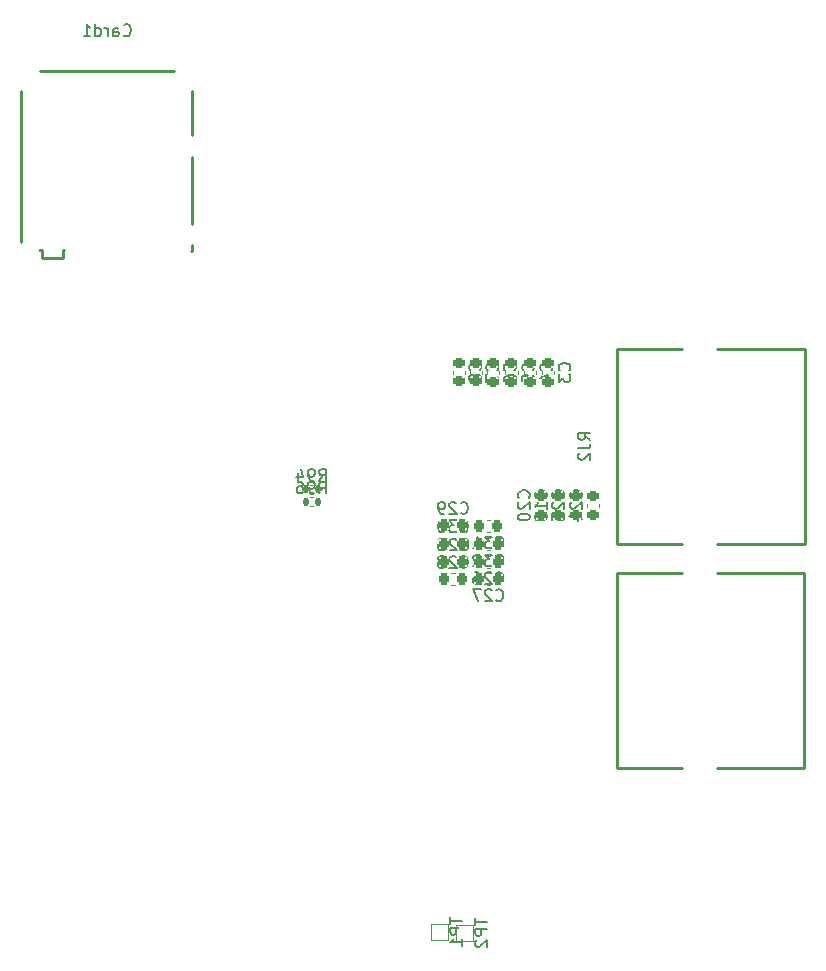
<source format=gbr>
%TF.GenerationSoftware,KiCad,Pcbnew,9.0.3*%
%TF.CreationDate,2025-07-11T15:18:27-07:00*%
%TF.ProjectId,imx8x_carrier_v1,696d7838-785f-4636-9172-726965725f76,A*%
%TF.SameCoordinates,Original*%
%TF.FileFunction,Legend,Bot*%
%TF.FilePolarity,Positive*%
%FSLAX46Y46*%
G04 Gerber Fmt 4.6, Leading zero omitted, Abs format (unit mm)*
G04 Created by KiCad (PCBNEW 9.0.3) date 2025-07-11 15:18:27*
%MOMM*%
%LPD*%
G01*
G04 APERTURE LIST*
G04 Aperture macros list*
%AMRoundRect*
0 Rectangle with rounded corners*
0 $1 Rounding radius*
0 $2 $3 $4 $5 $6 $7 $8 $9 X,Y pos of 4 corners*
0 Add a 4 corners polygon primitive as box body*
4,1,4,$2,$3,$4,$5,$6,$7,$8,$9,$2,$3,0*
0 Add four circle primitives for the rounded corners*
1,1,$1+$1,$2,$3*
1,1,$1+$1,$4,$5*
1,1,$1+$1,$6,$7*
1,1,$1+$1,$8,$9*
0 Add four rect primitives between the rounded corners*
20,1,$1+$1,$2,$3,$4,$5,0*
20,1,$1+$1,$4,$5,$6,$7,0*
20,1,$1+$1,$6,$7,$8,$9,0*
20,1,$1+$1,$8,$9,$2,$3,0*%
G04 Aperture macros list end*
%ADD10C,0.150000*%
%ADD11C,0.250000*%
%ADD12C,0.120000*%
%ADD13O,1.700000X1.700000*%
%ADD14R,1.700000X1.700000*%
%ADD15C,1.400000*%
%ADD16R,1.400000X1.400000*%
%ADD17C,1.016000*%
%ADD18C,2.500000*%
%ADD19C,1.520000*%
%ADD20C,3.250000*%
%ADD21R,1.000000X1.000000*%
%ADD22C,4.700000*%
%ADD23RoundRect,0.225000X0.250000X-0.225000X0.250000X0.225000X-0.250000X0.225000X-0.250000X-0.225000X0*%
%ADD24RoundRect,0.225000X-0.225000X-0.250000X0.225000X-0.250000X0.225000X0.250000X-0.225000X0.250000X0*%
%ADD25RoundRect,0.135000X0.135000X0.185000X-0.135000X0.185000X-0.135000X-0.185000X0.135000X-0.185000X0*%
%ADD26RoundRect,0.225000X0.225000X0.250000X-0.225000X0.250000X-0.225000X-0.250000X0.225000X-0.250000X0*%
%ADD27RoundRect,0.225000X-0.250000X0.225000X-0.250000X-0.225000X0.250000X-0.225000X0.250000X0.225000X0*%
%ADD28R,0.800000X1.680000*%
%ADD29R,1.290000X1.400000*%
%ADD30R,1.290000X1.300000*%
%ADD31R,1.600000X1.500000*%
%ADD32R,1.700000X1.500000*%
%ADD33R,1.500000X1.700000*%
G04 APERTURE END LIST*
D10*
X139544817Y-69522380D02*
X139068626Y-69189047D01*
X139544817Y-68950952D02*
X138544817Y-68950952D01*
X138544817Y-68950952D02*
X138544817Y-69331904D01*
X138544817Y-69331904D02*
X138592436Y-69427142D01*
X138592436Y-69427142D02*
X138640055Y-69474761D01*
X138640055Y-69474761D02*
X138735293Y-69522380D01*
X138735293Y-69522380D02*
X138878150Y-69522380D01*
X138878150Y-69522380D02*
X138973388Y-69474761D01*
X138973388Y-69474761D02*
X139021007Y-69427142D01*
X139021007Y-69427142D02*
X139068626Y-69331904D01*
X139068626Y-69331904D02*
X139068626Y-68950952D01*
X138544817Y-70236666D02*
X139259102Y-70236666D01*
X139259102Y-70236666D02*
X139401959Y-70189047D01*
X139401959Y-70189047D02*
X139497198Y-70093809D01*
X139497198Y-70093809D02*
X139544817Y-69950952D01*
X139544817Y-69950952D02*
X139544817Y-69855714D01*
X138640055Y-70665238D02*
X138592436Y-70712857D01*
X138592436Y-70712857D02*
X138544817Y-70808095D01*
X138544817Y-70808095D02*
X138544817Y-71046190D01*
X138544817Y-71046190D02*
X138592436Y-71141428D01*
X138592436Y-71141428D02*
X138640055Y-71189047D01*
X138640055Y-71189047D02*
X138735293Y-71236666D01*
X138735293Y-71236666D02*
X138830531Y-71236666D01*
X138830531Y-71236666D02*
X138973388Y-71189047D01*
X138973388Y-71189047D02*
X139544817Y-70617619D01*
X139544817Y-70617619D02*
X139544817Y-71236666D01*
X137769579Y-63653333D02*
X137817199Y-63605714D01*
X137817199Y-63605714D02*
X137864818Y-63462857D01*
X137864818Y-63462857D02*
X137864818Y-63367619D01*
X137864818Y-63367619D02*
X137817199Y-63224762D01*
X137817199Y-63224762D02*
X137721960Y-63129524D01*
X137721960Y-63129524D02*
X137626722Y-63081905D01*
X137626722Y-63081905D02*
X137436246Y-63034286D01*
X137436246Y-63034286D02*
X137293389Y-63034286D01*
X137293389Y-63034286D02*
X137102913Y-63081905D01*
X137102913Y-63081905D02*
X137007675Y-63129524D01*
X137007675Y-63129524D02*
X136912437Y-63224762D01*
X136912437Y-63224762D02*
X136864818Y-63367619D01*
X136864818Y-63367619D02*
X136864818Y-63462857D01*
X136864818Y-63462857D02*
X136912437Y-63605714D01*
X136912437Y-63605714D02*
X136960056Y-63653333D01*
X136864818Y-63986667D02*
X136864818Y-64605714D01*
X136864818Y-64605714D02*
X137245770Y-64272381D01*
X137245770Y-64272381D02*
X137245770Y-64415238D01*
X137245770Y-64415238D02*
X137293389Y-64510476D01*
X137293389Y-64510476D02*
X137341008Y-64558095D01*
X137341008Y-64558095D02*
X137436246Y-64605714D01*
X137436246Y-64605714D02*
X137674341Y-64605714D01*
X137674341Y-64605714D02*
X137769579Y-64558095D01*
X137769579Y-64558095D02*
X137817199Y-64510476D01*
X137817199Y-64510476D02*
X137864818Y-64415238D01*
X137864818Y-64415238D02*
X137864818Y-64129524D01*
X137864818Y-64129524D02*
X137817199Y-64034286D01*
X137817199Y-64034286D02*
X137769579Y-63986667D01*
X129802819Y-110038095D02*
X129802819Y-110609523D01*
X130802819Y-110323809D02*
X129802819Y-110323809D01*
X130802819Y-110942857D02*
X129802819Y-110942857D01*
X129802819Y-110942857D02*
X129802819Y-111323809D01*
X129802819Y-111323809D02*
X129850438Y-111419047D01*
X129850438Y-111419047D02*
X129898057Y-111466666D01*
X129898057Y-111466666D02*
X129993295Y-111514285D01*
X129993295Y-111514285D02*
X130136152Y-111514285D01*
X130136152Y-111514285D02*
X130231390Y-111466666D01*
X130231390Y-111466666D02*
X130279009Y-111419047D01*
X130279009Y-111419047D02*
X130326628Y-111323809D01*
X130326628Y-111323809D02*
X130326628Y-110942857D01*
X129898057Y-111895238D02*
X129850438Y-111942857D01*
X129850438Y-111942857D02*
X129802819Y-112038095D01*
X129802819Y-112038095D02*
X129802819Y-112276190D01*
X129802819Y-112276190D02*
X129850438Y-112371428D01*
X129850438Y-112371428D02*
X129898057Y-112419047D01*
X129898057Y-112419047D02*
X129993295Y-112466666D01*
X129993295Y-112466666D02*
X130088533Y-112466666D01*
X130088533Y-112466666D02*
X130231390Y-112419047D01*
X130231390Y-112419047D02*
X130802819Y-111847619D01*
X130802819Y-111847619D02*
X130802819Y-112466666D01*
X131656378Y-63643334D02*
X131703998Y-63595715D01*
X131703998Y-63595715D02*
X131751617Y-63452858D01*
X131751617Y-63452858D02*
X131751617Y-63357620D01*
X131751617Y-63357620D02*
X131703998Y-63214763D01*
X131703998Y-63214763D02*
X131608759Y-63119525D01*
X131608759Y-63119525D02*
X131513521Y-63071906D01*
X131513521Y-63071906D02*
X131323045Y-63024287D01*
X131323045Y-63024287D02*
X131180188Y-63024287D01*
X131180188Y-63024287D02*
X130989712Y-63071906D01*
X130989712Y-63071906D02*
X130894474Y-63119525D01*
X130894474Y-63119525D02*
X130799236Y-63214763D01*
X130799236Y-63214763D02*
X130751617Y-63357620D01*
X130751617Y-63357620D02*
X130751617Y-63452858D01*
X130751617Y-63452858D02*
X130799236Y-63595715D01*
X130799236Y-63595715D02*
X130846855Y-63643334D01*
X130751617Y-63976668D02*
X130751617Y-64643334D01*
X130751617Y-64643334D02*
X131751617Y-64214763D01*
X131567856Y-83089580D02*
X131615475Y-83137200D01*
X131615475Y-83137200D02*
X131758332Y-83184819D01*
X131758332Y-83184819D02*
X131853570Y-83184819D01*
X131853570Y-83184819D02*
X131996427Y-83137200D01*
X131996427Y-83137200D02*
X132091665Y-83041961D01*
X132091665Y-83041961D02*
X132139284Y-82946723D01*
X132139284Y-82946723D02*
X132186903Y-82756247D01*
X132186903Y-82756247D02*
X132186903Y-82613390D01*
X132186903Y-82613390D02*
X132139284Y-82422914D01*
X132139284Y-82422914D02*
X132091665Y-82327676D01*
X132091665Y-82327676D02*
X131996427Y-82232438D01*
X131996427Y-82232438D02*
X131853570Y-82184819D01*
X131853570Y-82184819D02*
X131758332Y-82184819D01*
X131758332Y-82184819D02*
X131615475Y-82232438D01*
X131615475Y-82232438D02*
X131567856Y-82280057D01*
X131186903Y-82280057D02*
X131139284Y-82232438D01*
X131139284Y-82232438D02*
X131044046Y-82184819D01*
X131044046Y-82184819D02*
X130805951Y-82184819D01*
X130805951Y-82184819D02*
X130710713Y-82232438D01*
X130710713Y-82232438D02*
X130663094Y-82280057D01*
X130663094Y-82280057D02*
X130615475Y-82375295D01*
X130615475Y-82375295D02*
X130615475Y-82470533D01*
X130615475Y-82470533D02*
X130663094Y-82613390D01*
X130663094Y-82613390D02*
X131234522Y-83184819D01*
X131234522Y-83184819D02*
X130615475Y-83184819D01*
X130282141Y-82184819D02*
X129615475Y-82184819D01*
X129615475Y-82184819D02*
X130044046Y-83184819D01*
X116594857Y-73013419D02*
X116928190Y-72537228D01*
X117166285Y-73013419D02*
X117166285Y-72013419D01*
X117166285Y-72013419D02*
X116785333Y-72013419D01*
X116785333Y-72013419D02*
X116690095Y-72061038D01*
X116690095Y-72061038D02*
X116642476Y-72108657D01*
X116642476Y-72108657D02*
X116594857Y-72203895D01*
X116594857Y-72203895D02*
X116594857Y-72346752D01*
X116594857Y-72346752D02*
X116642476Y-72441990D01*
X116642476Y-72441990D02*
X116690095Y-72489609D01*
X116690095Y-72489609D02*
X116785333Y-72537228D01*
X116785333Y-72537228D02*
X117166285Y-72537228D01*
X116118666Y-73013419D02*
X115928190Y-73013419D01*
X115928190Y-73013419D02*
X115832952Y-72965800D01*
X115832952Y-72965800D02*
X115785333Y-72918180D01*
X115785333Y-72918180D02*
X115690095Y-72775323D01*
X115690095Y-72775323D02*
X115642476Y-72584847D01*
X115642476Y-72584847D02*
X115642476Y-72203895D01*
X115642476Y-72203895D02*
X115690095Y-72108657D01*
X115690095Y-72108657D02*
X115737714Y-72061038D01*
X115737714Y-72061038D02*
X115832952Y-72013419D01*
X115832952Y-72013419D02*
X116023428Y-72013419D01*
X116023428Y-72013419D02*
X116118666Y-72061038D01*
X116118666Y-72061038D02*
X116166285Y-72108657D01*
X116166285Y-72108657D02*
X116213904Y-72203895D01*
X116213904Y-72203895D02*
X116213904Y-72441990D01*
X116213904Y-72441990D02*
X116166285Y-72537228D01*
X116166285Y-72537228D02*
X116118666Y-72584847D01*
X116118666Y-72584847D02*
X116023428Y-72632466D01*
X116023428Y-72632466D02*
X115832952Y-72632466D01*
X115832952Y-72632466D02*
X115737714Y-72584847D01*
X115737714Y-72584847D02*
X115690095Y-72537228D01*
X115690095Y-72537228D02*
X115642476Y-72441990D01*
X114785333Y-72346752D02*
X114785333Y-73013419D01*
X115023428Y-71965800D02*
X115261523Y-72680085D01*
X115261523Y-72680085D02*
X114642476Y-72680085D01*
X128562856Y-75709580D02*
X128610475Y-75757200D01*
X128610475Y-75757200D02*
X128753332Y-75804819D01*
X128753332Y-75804819D02*
X128848570Y-75804819D01*
X128848570Y-75804819D02*
X128991427Y-75757200D01*
X128991427Y-75757200D02*
X129086665Y-75661961D01*
X129086665Y-75661961D02*
X129134284Y-75566723D01*
X129134284Y-75566723D02*
X129181903Y-75376247D01*
X129181903Y-75376247D02*
X129181903Y-75233390D01*
X129181903Y-75233390D02*
X129134284Y-75042914D01*
X129134284Y-75042914D02*
X129086665Y-74947676D01*
X129086665Y-74947676D02*
X128991427Y-74852438D01*
X128991427Y-74852438D02*
X128848570Y-74804819D01*
X128848570Y-74804819D02*
X128753332Y-74804819D01*
X128753332Y-74804819D02*
X128610475Y-74852438D01*
X128610475Y-74852438D02*
X128562856Y-74900057D01*
X128181903Y-74900057D02*
X128134284Y-74852438D01*
X128134284Y-74852438D02*
X128039046Y-74804819D01*
X128039046Y-74804819D02*
X127800951Y-74804819D01*
X127800951Y-74804819D02*
X127705713Y-74852438D01*
X127705713Y-74852438D02*
X127658094Y-74900057D01*
X127658094Y-74900057D02*
X127610475Y-74995295D01*
X127610475Y-74995295D02*
X127610475Y-75090533D01*
X127610475Y-75090533D02*
X127658094Y-75233390D01*
X127658094Y-75233390D02*
X128229522Y-75804819D01*
X128229522Y-75804819D02*
X127610475Y-75804819D01*
X127134284Y-75804819D02*
X126943808Y-75804819D01*
X126943808Y-75804819D02*
X126848570Y-75757200D01*
X126848570Y-75757200D02*
X126800951Y-75709580D01*
X126800951Y-75709580D02*
X126705713Y-75566723D01*
X126705713Y-75566723D02*
X126658094Y-75376247D01*
X126658094Y-75376247D02*
X126658094Y-74995295D01*
X126658094Y-74995295D02*
X126705713Y-74900057D01*
X126705713Y-74900057D02*
X126753332Y-74852438D01*
X126753332Y-74852438D02*
X126848570Y-74804819D01*
X126848570Y-74804819D02*
X127039046Y-74804819D01*
X127039046Y-74804819D02*
X127134284Y-74852438D01*
X127134284Y-74852438D02*
X127181903Y-74900057D01*
X127181903Y-74900057D02*
X127229522Y-74995295D01*
X127229522Y-74995295D02*
X127229522Y-75233390D01*
X127229522Y-75233390D02*
X127181903Y-75328628D01*
X127181903Y-75328628D02*
X127134284Y-75376247D01*
X127134284Y-75376247D02*
X127039046Y-75423866D01*
X127039046Y-75423866D02*
X126848570Y-75423866D01*
X126848570Y-75423866D02*
X126753332Y-75376247D01*
X126753332Y-75376247D02*
X126705713Y-75328628D01*
X126705713Y-75328628D02*
X126658094Y-75233390D01*
X133122980Y-63653333D02*
X133170600Y-63605714D01*
X133170600Y-63605714D02*
X133218219Y-63462857D01*
X133218219Y-63462857D02*
X133218219Y-63367619D01*
X133218219Y-63367619D02*
X133170600Y-63224762D01*
X133170600Y-63224762D02*
X133075361Y-63129524D01*
X133075361Y-63129524D02*
X132980123Y-63081905D01*
X132980123Y-63081905D02*
X132789647Y-63034286D01*
X132789647Y-63034286D02*
X132646790Y-63034286D01*
X132646790Y-63034286D02*
X132456314Y-63081905D01*
X132456314Y-63081905D02*
X132361076Y-63129524D01*
X132361076Y-63129524D02*
X132265838Y-63224762D01*
X132265838Y-63224762D02*
X132218219Y-63367619D01*
X132218219Y-63367619D02*
X132218219Y-63462857D01*
X132218219Y-63462857D02*
X132265838Y-63605714D01*
X132265838Y-63605714D02*
X132313457Y-63653333D01*
X132218219Y-64510476D02*
X132218219Y-64320000D01*
X132218219Y-64320000D02*
X132265838Y-64224762D01*
X132265838Y-64224762D02*
X132313457Y-64177143D01*
X132313457Y-64177143D02*
X132456314Y-64081905D01*
X132456314Y-64081905D02*
X132646790Y-64034286D01*
X132646790Y-64034286D02*
X133027742Y-64034286D01*
X133027742Y-64034286D02*
X133122980Y-64081905D01*
X133122980Y-64081905D02*
X133170600Y-64129524D01*
X133170600Y-64129524D02*
X133218219Y-64224762D01*
X133218219Y-64224762D02*
X133218219Y-64415238D01*
X133218219Y-64415238D02*
X133170600Y-64510476D01*
X133170600Y-64510476D02*
X133122980Y-64558095D01*
X133122980Y-64558095D02*
X133027742Y-64605714D01*
X133027742Y-64605714D02*
X132789647Y-64605714D01*
X132789647Y-64605714D02*
X132694409Y-64558095D01*
X132694409Y-64558095D02*
X132646790Y-64510476D01*
X132646790Y-64510476D02*
X132599171Y-64415238D01*
X132599171Y-64415238D02*
X132599171Y-64224762D01*
X132599171Y-64224762D02*
X132646790Y-64129524D01*
X132646790Y-64129524D02*
X132694409Y-64081905D01*
X132694409Y-64081905D02*
X132789647Y-64034286D01*
X136222980Y-63653333D02*
X136270600Y-63605714D01*
X136270600Y-63605714D02*
X136318219Y-63462857D01*
X136318219Y-63462857D02*
X136318219Y-63367619D01*
X136318219Y-63367619D02*
X136270600Y-63224762D01*
X136270600Y-63224762D02*
X136175361Y-63129524D01*
X136175361Y-63129524D02*
X136080123Y-63081905D01*
X136080123Y-63081905D02*
X135889647Y-63034286D01*
X135889647Y-63034286D02*
X135746790Y-63034286D01*
X135746790Y-63034286D02*
X135556314Y-63081905D01*
X135556314Y-63081905D02*
X135461076Y-63129524D01*
X135461076Y-63129524D02*
X135365838Y-63224762D01*
X135365838Y-63224762D02*
X135318219Y-63367619D01*
X135318219Y-63367619D02*
X135318219Y-63462857D01*
X135318219Y-63462857D02*
X135365838Y-63605714D01*
X135365838Y-63605714D02*
X135413457Y-63653333D01*
X135651552Y-64510476D02*
X136318219Y-64510476D01*
X135270600Y-64272381D02*
X135984885Y-64034286D01*
X135984885Y-64034286D02*
X135984885Y-64653333D01*
X128572856Y-80279581D02*
X128620475Y-80327201D01*
X128620475Y-80327201D02*
X128763332Y-80374820D01*
X128763332Y-80374820D02*
X128858570Y-80374820D01*
X128858570Y-80374820D02*
X129001427Y-80327201D01*
X129001427Y-80327201D02*
X129096665Y-80231962D01*
X129096665Y-80231962D02*
X129144284Y-80136724D01*
X129144284Y-80136724D02*
X129191903Y-79946248D01*
X129191903Y-79946248D02*
X129191903Y-79803391D01*
X129191903Y-79803391D02*
X129144284Y-79612915D01*
X129144284Y-79612915D02*
X129096665Y-79517677D01*
X129096665Y-79517677D02*
X129001427Y-79422439D01*
X129001427Y-79422439D02*
X128858570Y-79374820D01*
X128858570Y-79374820D02*
X128763332Y-79374820D01*
X128763332Y-79374820D02*
X128620475Y-79422439D01*
X128620475Y-79422439D02*
X128572856Y-79470058D01*
X128191903Y-79470058D02*
X128144284Y-79422439D01*
X128144284Y-79422439D02*
X128049046Y-79374820D01*
X128049046Y-79374820D02*
X127810951Y-79374820D01*
X127810951Y-79374820D02*
X127715713Y-79422439D01*
X127715713Y-79422439D02*
X127668094Y-79470058D01*
X127668094Y-79470058D02*
X127620475Y-79565296D01*
X127620475Y-79565296D02*
X127620475Y-79660534D01*
X127620475Y-79660534D02*
X127668094Y-79803391D01*
X127668094Y-79803391D02*
X128239522Y-80374820D01*
X128239522Y-80374820D02*
X127620475Y-80374820D01*
X127049046Y-79803391D02*
X127144284Y-79755772D01*
X127144284Y-79755772D02*
X127191903Y-79708153D01*
X127191903Y-79708153D02*
X127239522Y-79612915D01*
X127239522Y-79612915D02*
X127239522Y-79565296D01*
X127239522Y-79565296D02*
X127191903Y-79470058D01*
X127191903Y-79470058D02*
X127144284Y-79422439D01*
X127144284Y-79422439D02*
X127049046Y-79374820D01*
X127049046Y-79374820D02*
X126858570Y-79374820D01*
X126858570Y-79374820D02*
X126763332Y-79422439D01*
X126763332Y-79422439D02*
X126715713Y-79470058D01*
X126715713Y-79470058D02*
X126668094Y-79565296D01*
X126668094Y-79565296D02*
X126668094Y-79612915D01*
X126668094Y-79612915D02*
X126715713Y-79708153D01*
X126715713Y-79708153D02*
X126763332Y-79755772D01*
X126763332Y-79755772D02*
X126858570Y-79803391D01*
X126858570Y-79803391D02*
X127049046Y-79803391D01*
X127049046Y-79803391D02*
X127144284Y-79851010D01*
X127144284Y-79851010D02*
X127191903Y-79898629D01*
X127191903Y-79898629D02*
X127239522Y-79993867D01*
X127239522Y-79993867D02*
X127239522Y-80184343D01*
X127239522Y-80184343D02*
X127191903Y-80279581D01*
X127191903Y-80279581D02*
X127144284Y-80327201D01*
X127144284Y-80327201D02*
X127049046Y-80374820D01*
X127049046Y-80374820D02*
X126858570Y-80374820D01*
X126858570Y-80374820D02*
X126763332Y-80327201D01*
X126763332Y-80327201D02*
X126715713Y-80279581D01*
X126715713Y-80279581D02*
X126668094Y-80184343D01*
X126668094Y-80184343D02*
X126668094Y-79993867D01*
X126668094Y-79993867D02*
X126715713Y-79898629D01*
X126715713Y-79898629D02*
X126763332Y-79851010D01*
X126763332Y-79851010D02*
X126858570Y-79803391D01*
X128582857Y-78789581D02*
X128630476Y-78837201D01*
X128630476Y-78837201D02*
X128773333Y-78884820D01*
X128773333Y-78884820D02*
X128868571Y-78884820D01*
X128868571Y-78884820D02*
X129011428Y-78837201D01*
X129011428Y-78837201D02*
X129106666Y-78741962D01*
X129106666Y-78741962D02*
X129154285Y-78646724D01*
X129154285Y-78646724D02*
X129201904Y-78456248D01*
X129201904Y-78456248D02*
X129201904Y-78313391D01*
X129201904Y-78313391D02*
X129154285Y-78122915D01*
X129154285Y-78122915D02*
X129106666Y-78027677D01*
X129106666Y-78027677D02*
X129011428Y-77932439D01*
X129011428Y-77932439D02*
X128868571Y-77884820D01*
X128868571Y-77884820D02*
X128773333Y-77884820D01*
X128773333Y-77884820D02*
X128630476Y-77932439D01*
X128630476Y-77932439D02*
X128582857Y-77980058D01*
X128201904Y-77980058D02*
X128154285Y-77932439D01*
X128154285Y-77932439D02*
X128059047Y-77884820D01*
X128059047Y-77884820D02*
X127820952Y-77884820D01*
X127820952Y-77884820D02*
X127725714Y-77932439D01*
X127725714Y-77932439D02*
X127678095Y-77980058D01*
X127678095Y-77980058D02*
X127630476Y-78075296D01*
X127630476Y-78075296D02*
X127630476Y-78170534D01*
X127630476Y-78170534D02*
X127678095Y-78313391D01*
X127678095Y-78313391D02*
X128249523Y-78884820D01*
X128249523Y-78884820D02*
X127630476Y-78884820D01*
X126725714Y-77884820D02*
X127201904Y-77884820D01*
X127201904Y-77884820D02*
X127249523Y-78361010D01*
X127249523Y-78361010D02*
X127201904Y-78313391D01*
X127201904Y-78313391D02*
X127106666Y-78265772D01*
X127106666Y-78265772D02*
X126868571Y-78265772D01*
X126868571Y-78265772D02*
X126773333Y-78313391D01*
X126773333Y-78313391D02*
X126725714Y-78361010D01*
X126725714Y-78361010D02*
X126678095Y-78456248D01*
X126678095Y-78456248D02*
X126678095Y-78694343D01*
X126678095Y-78694343D02*
X126725714Y-78789581D01*
X126725714Y-78789581D02*
X126773333Y-78837201D01*
X126773333Y-78837201D02*
X126868571Y-78884820D01*
X126868571Y-78884820D02*
X127106666Y-78884820D01*
X127106666Y-78884820D02*
X127201904Y-78837201D01*
X127201904Y-78837201D02*
X127249523Y-78789581D01*
X138729579Y-74432142D02*
X138777199Y-74384523D01*
X138777199Y-74384523D02*
X138824818Y-74241666D01*
X138824818Y-74241666D02*
X138824818Y-74146428D01*
X138824818Y-74146428D02*
X138777199Y-74003571D01*
X138777199Y-74003571D02*
X138681960Y-73908333D01*
X138681960Y-73908333D02*
X138586722Y-73860714D01*
X138586722Y-73860714D02*
X138396246Y-73813095D01*
X138396246Y-73813095D02*
X138253389Y-73813095D01*
X138253389Y-73813095D02*
X138062913Y-73860714D01*
X138062913Y-73860714D02*
X137967675Y-73908333D01*
X137967675Y-73908333D02*
X137872437Y-74003571D01*
X137872437Y-74003571D02*
X137824818Y-74146428D01*
X137824818Y-74146428D02*
X137824818Y-74241666D01*
X137824818Y-74241666D02*
X137872437Y-74384523D01*
X137872437Y-74384523D02*
X137920056Y-74432142D01*
X137920056Y-74813095D02*
X137872437Y-74860714D01*
X137872437Y-74860714D02*
X137824818Y-74955952D01*
X137824818Y-74955952D02*
X137824818Y-75194047D01*
X137824818Y-75194047D02*
X137872437Y-75289285D01*
X137872437Y-75289285D02*
X137920056Y-75336904D01*
X137920056Y-75336904D02*
X138015294Y-75384523D01*
X138015294Y-75384523D02*
X138110532Y-75384523D01*
X138110532Y-75384523D02*
X138253389Y-75336904D01*
X138253389Y-75336904D02*
X138824818Y-74765476D01*
X138824818Y-74765476D02*
X138824818Y-75384523D01*
X138158151Y-76241666D02*
X138824818Y-76241666D01*
X137777199Y-76003571D02*
X138491484Y-75765476D01*
X138491484Y-75765476D02*
X138491484Y-76384523D01*
X134319579Y-74432142D02*
X134367199Y-74384523D01*
X134367199Y-74384523D02*
X134414818Y-74241666D01*
X134414818Y-74241666D02*
X134414818Y-74146428D01*
X134414818Y-74146428D02*
X134367199Y-74003571D01*
X134367199Y-74003571D02*
X134271960Y-73908333D01*
X134271960Y-73908333D02*
X134176722Y-73860714D01*
X134176722Y-73860714D02*
X133986246Y-73813095D01*
X133986246Y-73813095D02*
X133843389Y-73813095D01*
X133843389Y-73813095D02*
X133652913Y-73860714D01*
X133652913Y-73860714D02*
X133557675Y-73908333D01*
X133557675Y-73908333D02*
X133462437Y-74003571D01*
X133462437Y-74003571D02*
X133414818Y-74146428D01*
X133414818Y-74146428D02*
X133414818Y-74241666D01*
X133414818Y-74241666D02*
X133462437Y-74384523D01*
X133462437Y-74384523D02*
X133510056Y-74432142D01*
X133510056Y-74813095D02*
X133462437Y-74860714D01*
X133462437Y-74860714D02*
X133414818Y-74955952D01*
X133414818Y-74955952D02*
X133414818Y-75194047D01*
X133414818Y-75194047D02*
X133462437Y-75289285D01*
X133462437Y-75289285D02*
X133510056Y-75336904D01*
X133510056Y-75336904D02*
X133605294Y-75384523D01*
X133605294Y-75384523D02*
X133700532Y-75384523D01*
X133700532Y-75384523D02*
X133843389Y-75336904D01*
X133843389Y-75336904D02*
X134414818Y-74765476D01*
X134414818Y-74765476D02*
X134414818Y-75384523D01*
X133414818Y-76003571D02*
X133414818Y-76098809D01*
X133414818Y-76098809D02*
X133462437Y-76194047D01*
X133462437Y-76194047D02*
X133510056Y-76241666D01*
X133510056Y-76241666D02*
X133605294Y-76289285D01*
X133605294Y-76289285D02*
X133795770Y-76336904D01*
X133795770Y-76336904D02*
X134033865Y-76336904D01*
X134033865Y-76336904D02*
X134224341Y-76289285D01*
X134224341Y-76289285D02*
X134319579Y-76241666D01*
X134319579Y-76241666D02*
X134367199Y-76194047D01*
X134367199Y-76194047D02*
X134414818Y-76098809D01*
X134414818Y-76098809D02*
X134414818Y-76003571D01*
X134414818Y-76003571D02*
X134367199Y-75908333D01*
X134367199Y-75908333D02*
X134319579Y-75860714D01*
X134319579Y-75860714D02*
X134224341Y-75813095D01*
X134224341Y-75813095D02*
X134033865Y-75765476D01*
X134033865Y-75765476D02*
X133795770Y-75765476D01*
X133795770Y-75765476D02*
X133605294Y-75813095D01*
X133605294Y-75813095D02*
X133510056Y-75860714D01*
X133510056Y-75860714D02*
X133462437Y-75908333D01*
X133462437Y-75908333D02*
X133414818Y-76003571D01*
X100030952Y-35249579D02*
X100078571Y-35297199D01*
X100078571Y-35297199D02*
X100221428Y-35344818D01*
X100221428Y-35344818D02*
X100316666Y-35344818D01*
X100316666Y-35344818D02*
X100459523Y-35297199D01*
X100459523Y-35297199D02*
X100554761Y-35201960D01*
X100554761Y-35201960D02*
X100602380Y-35106722D01*
X100602380Y-35106722D02*
X100649999Y-34916246D01*
X100649999Y-34916246D02*
X100649999Y-34773389D01*
X100649999Y-34773389D02*
X100602380Y-34582913D01*
X100602380Y-34582913D02*
X100554761Y-34487675D01*
X100554761Y-34487675D02*
X100459523Y-34392437D01*
X100459523Y-34392437D02*
X100316666Y-34344818D01*
X100316666Y-34344818D02*
X100221428Y-34344818D01*
X100221428Y-34344818D02*
X100078571Y-34392437D01*
X100078571Y-34392437D02*
X100030952Y-34440056D01*
X99173809Y-35344818D02*
X99173809Y-34821008D01*
X99173809Y-34821008D02*
X99221428Y-34725770D01*
X99221428Y-34725770D02*
X99316666Y-34678151D01*
X99316666Y-34678151D02*
X99507142Y-34678151D01*
X99507142Y-34678151D02*
X99602380Y-34725770D01*
X99173809Y-35297199D02*
X99269047Y-35344818D01*
X99269047Y-35344818D02*
X99507142Y-35344818D01*
X99507142Y-35344818D02*
X99602380Y-35297199D01*
X99602380Y-35297199D02*
X99649999Y-35201960D01*
X99649999Y-35201960D02*
X99649999Y-35106722D01*
X99649999Y-35106722D02*
X99602380Y-35011484D01*
X99602380Y-35011484D02*
X99507142Y-34963865D01*
X99507142Y-34963865D02*
X99269047Y-34963865D01*
X99269047Y-34963865D02*
X99173809Y-34916246D01*
X98697618Y-35344818D02*
X98697618Y-34678151D01*
X98697618Y-34868627D02*
X98649999Y-34773389D01*
X98649999Y-34773389D02*
X98602380Y-34725770D01*
X98602380Y-34725770D02*
X98507142Y-34678151D01*
X98507142Y-34678151D02*
X98411904Y-34678151D01*
X97649999Y-35344818D02*
X97649999Y-34344818D01*
X97649999Y-35297199D02*
X97745237Y-35344818D01*
X97745237Y-35344818D02*
X97935713Y-35344818D01*
X97935713Y-35344818D02*
X98030951Y-35297199D01*
X98030951Y-35297199D02*
X98078570Y-35249579D01*
X98078570Y-35249579D02*
X98126189Y-35154341D01*
X98126189Y-35154341D02*
X98126189Y-34868627D01*
X98126189Y-34868627D02*
X98078570Y-34773389D01*
X98078570Y-34773389D02*
X98030951Y-34725770D01*
X98030951Y-34725770D02*
X97935713Y-34678151D01*
X97935713Y-34678151D02*
X97745237Y-34678151D01*
X97745237Y-34678151D02*
X97649999Y-34725770D01*
X96649999Y-35344818D02*
X97221427Y-35344818D01*
X96935713Y-35344818D02*
X96935713Y-34344818D01*
X96935713Y-34344818D02*
X97030951Y-34487675D01*
X97030951Y-34487675D02*
X97126189Y-34582913D01*
X97126189Y-34582913D02*
X97221427Y-34630532D01*
X137249579Y-74432142D02*
X137297199Y-74384523D01*
X137297199Y-74384523D02*
X137344818Y-74241666D01*
X137344818Y-74241666D02*
X137344818Y-74146428D01*
X137344818Y-74146428D02*
X137297199Y-74003571D01*
X137297199Y-74003571D02*
X137201960Y-73908333D01*
X137201960Y-73908333D02*
X137106722Y-73860714D01*
X137106722Y-73860714D02*
X136916246Y-73813095D01*
X136916246Y-73813095D02*
X136773389Y-73813095D01*
X136773389Y-73813095D02*
X136582913Y-73860714D01*
X136582913Y-73860714D02*
X136487675Y-73908333D01*
X136487675Y-73908333D02*
X136392437Y-74003571D01*
X136392437Y-74003571D02*
X136344818Y-74146428D01*
X136344818Y-74146428D02*
X136344818Y-74241666D01*
X136344818Y-74241666D02*
X136392437Y-74384523D01*
X136392437Y-74384523D02*
X136440056Y-74432142D01*
X136440056Y-74813095D02*
X136392437Y-74860714D01*
X136392437Y-74860714D02*
X136344818Y-74955952D01*
X136344818Y-74955952D02*
X136344818Y-75194047D01*
X136344818Y-75194047D02*
X136392437Y-75289285D01*
X136392437Y-75289285D02*
X136440056Y-75336904D01*
X136440056Y-75336904D02*
X136535294Y-75384523D01*
X136535294Y-75384523D02*
X136630532Y-75384523D01*
X136630532Y-75384523D02*
X136773389Y-75336904D01*
X136773389Y-75336904D02*
X137344818Y-74765476D01*
X137344818Y-74765476D02*
X137344818Y-75384523D01*
X136344818Y-75717857D02*
X136344818Y-76336904D01*
X136344818Y-76336904D02*
X136725770Y-76003571D01*
X136725770Y-76003571D02*
X136725770Y-76146428D01*
X136725770Y-76146428D02*
X136773389Y-76241666D01*
X136773389Y-76241666D02*
X136821008Y-76289285D01*
X136821008Y-76289285D02*
X136916246Y-76336904D01*
X136916246Y-76336904D02*
X137154341Y-76336904D01*
X137154341Y-76336904D02*
X137249579Y-76289285D01*
X137249579Y-76289285D02*
X137297199Y-76241666D01*
X137297199Y-76241666D02*
X137344818Y-76146428D01*
X137344818Y-76146428D02*
X137344818Y-75860714D01*
X137344818Y-75860714D02*
X137297199Y-75765476D01*
X137297199Y-75765476D02*
X137249579Y-75717857D01*
X127674219Y-109939295D02*
X127674219Y-110510723D01*
X128674219Y-110225009D02*
X127674219Y-110225009D01*
X128674219Y-110844057D02*
X127674219Y-110844057D01*
X127674219Y-110844057D02*
X127674219Y-111225009D01*
X127674219Y-111225009D02*
X127721838Y-111320247D01*
X127721838Y-111320247D02*
X127769457Y-111367866D01*
X127769457Y-111367866D02*
X127864695Y-111415485D01*
X127864695Y-111415485D02*
X128007552Y-111415485D01*
X128007552Y-111415485D02*
X128102790Y-111367866D01*
X128102790Y-111367866D02*
X128150409Y-111320247D01*
X128150409Y-111320247D02*
X128198028Y-111225009D01*
X128198028Y-111225009D02*
X128198028Y-110844057D01*
X128674219Y-112367866D02*
X128674219Y-111796438D01*
X128674219Y-112082152D02*
X127674219Y-112082152D01*
X127674219Y-112082152D02*
X127817076Y-111986914D01*
X127817076Y-111986914D02*
X127912314Y-111891676D01*
X127912314Y-111891676D02*
X127959933Y-111796438D01*
X131562856Y-81629580D02*
X131610475Y-81677200D01*
X131610475Y-81677200D02*
X131753332Y-81724819D01*
X131753332Y-81724819D02*
X131848570Y-81724819D01*
X131848570Y-81724819D02*
X131991427Y-81677200D01*
X131991427Y-81677200D02*
X132086665Y-81581961D01*
X132086665Y-81581961D02*
X132134284Y-81486723D01*
X132134284Y-81486723D02*
X132181903Y-81296247D01*
X132181903Y-81296247D02*
X132181903Y-81153390D01*
X132181903Y-81153390D02*
X132134284Y-80962914D01*
X132134284Y-80962914D02*
X132086665Y-80867676D01*
X132086665Y-80867676D02*
X131991427Y-80772438D01*
X131991427Y-80772438D02*
X131848570Y-80724819D01*
X131848570Y-80724819D02*
X131753332Y-80724819D01*
X131753332Y-80724819D02*
X131610475Y-80772438D01*
X131610475Y-80772438D02*
X131562856Y-80820057D01*
X131181903Y-80820057D02*
X131134284Y-80772438D01*
X131134284Y-80772438D02*
X131039046Y-80724819D01*
X131039046Y-80724819D02*
X130800951Y-80724819D01*
X130800951Y-80724819D02*
X130705713Y-80772438D01*
X130705713Y-80772438D02*
X130658094Y-80820057D01*
X130658094Y-80820057D02*
X130610475Y-80915295D01*
X130610475Y-80915295D02*
X130610475Y-81010533D01*
X130610475Y-81010533D02*
X130658094Y-81153390D01*
X130658094Y-81153390D02*
X131229522Y-81724819D01*
X131229522Y-81724819D02*
X130610475Y-81724819D01*
X129753332Y-80724819D02*
X129943808Y-80724819D01*
X129943808Y-80724819D02*
X130039046Y-80772438D01*
X130039046Y-80772438D02*
X130086665Y-80820057D01*
X130086665Y-80820057D02*
X130181903Y-80962914D01*
X130181903Y-80962914D02*
X130229522Y-81153390D01*
X130229522Y-81153390D02*
X130229522Y-81534342D01*
X130229522Y-81534342D02*
X130181903Y-81629580D01*
X130181903Y-81629580D02*
X130134284Y-81677200D01*
X130134284Y-81677200D02*
X130039046Y-81724819D01*
X130039046Y-81724819D02*
X129848570Y-81724819D01*
X129848570Y-81724819D02*
X129753332Y-81677200D01*
X129753332Y-81677200D02*
X129705713Y-81629580D01*
X129705713Y-81629580D02*
X129658094Y-81534342D01*
X129658094Y-81534342D02*
X129658094Y-81296247D01*
X129658094Y-81296247D02*
X129705713Y-81201009D01*
X129705713Y-81201009D02*
X129753332Y-81153390D01*
X129753332Y-81153390D02*
X129848570Y-81105771D01*
X129848570Y-81105771D02*
X130039046Y-81105771D01*
X130039046Y-81105771D02*
X130134284Y-81153390D01*
X130134284Y-81153390D02*
X130181903Y-81201009D01*
X130181903Y-81201009D02*
X130229522Y-81296247D01*
X134666378Y-63653334D02*
X134713998Y-63605715D01*
X134713998Y-63605715D02*
X134761617Y-63462858D01*
X134761617Y-63462858D02*
X134761617Y-63367620D01*
X134761617Y-63367620D02*
X134713998Y-63224763D01*
X134713998Y-63224763D02*
X134618759Y-63129525D01*
X134618759Y-63129525D02*
X134523521Y-63081906D01*
X134523521Y-63081906D02*
X134333045Y-63034287D01*
X134333045Y-63034287D02*
X134190188Y-63034287D01*
X134190188Y-63034287D02*
X133999712Y-63081906D01*
X133999712Y-63081906D02*
X133904474Y-63129525D01*
X133904474Y-63129525D02*
X133809236Y-63224763D01*
X133809236Y-63224763D02*
X133761617Y-63367620D01*
X133761617Y-63367620D02*
X133761617Y-63462858D01*
X133761617Y-63462858D02*
X133809236Y-63605715D01*
X133809236Y-63605715D02*
X133856855Y-63653334D01*
X133761617Y-64558096D02*
X133761617Y-64081906D01*
X133761617Y-64081906D02*
X134237807Y-64034287D01*
X134237807Y-64034287D02*
X134190188Y-64081906D01*
X134190188Y-64081906D02*
X134142569Y-64177144D01*
X134142569Y-64177144D02*
X134142569Y-64415239D01*
X134142569Y-64415239D02*
X134190188Y-64510477D01*
X134190188Y-64510477D02*
X134237807Y-64558096D01*
X134237807Y-64558096D02*
X134333045Y-64605715D01*
X134333045Y-64605715D02*
X134571140Y-64605715D01*
X134571140Y-64605715D02*
X134666378Y-64558096D01*
X134666378Y-64558096D02*
X134713998Y-64510477D01*
X134713998Y-64510477D02*
X134761617Y-64415239D01*
X134761617Y-64415239D02*
X134761617Y-64177144D01*
X134761617Y-64177144D02*
X134713998Y-64081906D01*
X134713998Y-64081906D02*
X134666378Y-64034287D01*
X116592857Y-74054819D02*
X116926190Y-73578628D01*
X117164285Y-74054819D02*
X117164285Y-73054819D01*
X117164285Y-73054819D02*
X116783333Y-73054819D01*
X116783333Y-73054819D02*
X116688095Y-73102438D01*
X116688095Y-73102438D02*
X116640476Y-73150057D01*
X116640476Y-73150057D02*
X116592857Y-73245295D01*
X116592857Y-73245295D02*
X116592857Y-73388152D01*
X116592857Y-73388152D02*
X116640476Y-73483390D01*
X116640476Y-73483390D02*
X116688095Y-73531009D01*
X116688095Y-73531009D02*
X116783333Y-73578628D01*
X116783333Y-73578628D02*
X117164285Y-73578628D01*
X116116666Y-74054819D02*
X115926190Y-74054819D01*
X115926190Y-74054819D02*
X115830952Y-74007200D01*
X115830952Y-74007200D02*
X115783333Y-73959580D01*
X115783333Y-73959580D02*
X115688095Y-73816723D01*
X115688095Y-73816723D02*
X115640476Y-73626247D01*
X115640476Y-73626247D02*
X115640476Y-73245295D01*
X115640476Y-73245295D02*
X115688095Y-73150057D01*
X115688095Y-73150057D02*
X115735714Y-73102438D01*
X115735714Y-73102438D02*
X115830952Y-73054819D01*
X115830952Y-73054819D02*
X116021428Y-73054819D01*
X116021428Y-73054819D02*
X116116666Y-73102438D01*
X116116666Y-73102438D02*
X116164285Y-73150057D01*
X116164285Y-73150057D02*
X116211904Y-73245295D01*
X116211904Y-73245295D02*
X116211904Y-73483390D01*
X116211904Y-73483390D02*
X116164285Y-73578628D01*
X116164285Y-73578628D02*
X116116666Y-73626247D01*
X116116666Y-73626247D02*
X116021428Y-73673866D01*
X116021428Y-73673866D02*
X115830952Y-73673866D01*
X115830952Y-73673866D02*
X115735714Y-73626247D01*
X115735714Y-73626247D02*
X115688095Y-73578628D01*
X115688095Y-73578628D02*
X115640476Y-73483390D01*
X114783333Y-73054819D02*
X114973809Y-73054819D01*
X114973809Y-73054819D02*
X115069047Y-73102438D01*
X115069047Y-73102438D02*
X115116666Y-73150057D01*
X115116666Y-73150057D02*
X115211904Y-73292914D01*
X115211904Y-73292914D02*
X115259523Y-73483390D01*
X115259523Y-73483390D02*
X115259523Y-73864342D01*
X115259523Y-73864342D02*
X115211904Y-73959580D01*
X115211904Y-73959580D02*
X115164285Y-74007200D01*
X115164285Y-74007200D02*
X115069047Y-74054819D01*
X115069047Y-74054819D02*
X114878571Y-74054819D01*
X114878571Y-74054819D02*
X114783333Y-74007200D01*
X114783333Y-74007200D02*
X114735714Y-73959580D01*
X114735714Y-73959580D02*
X114688095Y-73864342D01*
X114688095Y-73864342D02*
X114688095Y-73626247D01*
X114688095Y-73626247D02*
X114735714Y-73531009D01*
X114735714Y-73531009D02*
X114783333Y-73483390D01*
X114783333Y-73483390D02*
X114878571Y-73435771D01*
X114878571Y-73435771D02*
X115069047Y-73435771D01*
X115069047Y-73435771D02*
X115164285Y-73483390D01*
X115164285Y-73483390D02*
X115211904Y-73531009D01*
X115211904Y-73531009D02*
X115259523Y-73626247D01*
X131557856Y-78629580D02*
X131605475Y-78677200D01*
X131605475Y-78677200D02*
X131748332Y-78724819D01*
X131748332Y-78724819D02*
X131843570Y-78724819D01*
X131843570Y-78724819D02*
X131986427Y-78677200D01*
X131986427Y-78677200D02*
X132081665Y-78581961D01*
X132081665Y-78581961D02*
X132129284Y-78486723D01*
X132129284Y-78486723D02*
X132176903Y-78296247D01*
X132176903Y-78296247D02*
X132176903Y-78153390D01*
X132176903Y-78153390D02*
X132129284Y-77962914D01*
X132129284Y-77962914D02*
X132081665Y-77867676D01*
X132081665Y-77867676D02*
X131986427Y-77772438D01*
X131986427Y-77772438D02*
X131843570Y-77724819D01*
X131843570Y-77724819D02*
X131748332Y-77724819D01*
X131748332Y-77724819D02*
X131605475Y-77772438D01*
X131605475Y-77772438D02*
X131557856Y-77820057D01*
X131224522Y-77724819D02*
X130605475Y-77724819D01*
X130605475Y-77724819D02*
X130938808Y-78105771D01*
X130938808Y-78105771D02*
X130795951Y-78105771D01*
X130795951Y-78105771D02*
X130700713Y-78153390D01*
X130700713Y-78153390D02*
X130653094Y-78201009D01*
X130653094Y-78201009D02*
X130605475Y-78296247D01*
X130605475Y-78296247D02*
X130605475Y-78534342D01*
X130605475Y-78534342D02*
X130653094Y-78629580D01*
X130653094Y-78629580D02*
X130700713Y-78677200D01*
X130700713Y-78677200D02*
X130795951Y-78724819D01*
X130795951Y-78724819D02*
X131081665Y-78724819D01*
X131081665Y-78724819D02*
X131176903Y-78677200D01*
X131176903Y-78677200D02*
X131224522Y-78629580D01*
X129653094Y-78724819D02*
X130224522Y-78724819D01*
X129938808Y-78724819D02*
X129938808Y-77724819D01*
X129938808Y-77724819D02*
X130034046Y-77867676D01*
X130034046Y-77867676D02*
X130129284Y-77962914D01*
X130129284Y-77962914D02*
X130224522Y-78010533D01*
X128562857Y-77259582D02*
X128610476Y-77307202D01*
X128610476Y-77307202D02*
X128753333Y-77354821D01*
X128753333Y-77354821D02*
X128848571Y-77354821D01*
X128848571Y-77354821D02*
X128991428Y-77307202D01*
X128991428Y-77307202D02*
X129086666Y-77211963D01*
X129086666Y-77211963D02*
X129134285Y-77116725D01*
X129134285Y-77116725D02*
X129181904Y-76926249D01*
X129181904Y-76926249D02*
X129181904Y-76783392D01*
X129181904Y-76783392D02*
X129134285Y-76592916D01*
X129134285Y-76592916D02*
X129086666Y-76497678D01*
X129086666Y-76497678D02*
X128991428Y-76402440D01*
X128991428Y-76402440D02*
X128848571Y-76354821D01*
X128848571Y-76354821D02*
X128753333Y-76354821D01*
X128753333Y-76354821D02*
X128610476Y-76402440D01*
X128610476Y-76402440D02*
X128562857Y-76450059D01*
X128229523Y-76354821D02*
X127610476Y-76354821D01*
X127610476Y-76354821D02*
X127943809Y-76735773D01*
X127943809Y-76735773D02*
X127800952Y-76735773D01*
X127800952Y-76735773D02*
X127705714Y-76783392D01*
X127705714Y-76783392D02*
X127658095Y-76831011D01*
X127658095Y-76831011D02*
X127610476Y-76926249D01*
X127610476Y-76926249D02*
X127610476Y-77164344D01*
X127610476Y-77164344D02*
X127658095Y-77259582D01*
X127658095Y-77259582D02*
X127705714Y-77307202D01*
X127705714Y-77307202D02*
X127800952Y-77354821D01*
X127800952Y-77354821D02*
X128086666Y-77354821D01*
X128086666Y-77354821D02*
X128181904Y-77307202D01*
X128181904Y-77307202D02*
X128229523Y-77259582D01*
X126991428Y-76354821D02*
X126896190Y-76354821D01*
X126896190Y-76354821D02*
X126800952Y-76402440D01*
X126800952Y-76402440D02*
X126753333Y-76450059D01*
X126753333Y-76450059D02*
X126705714Y-76545297D01*
X126705714Y-76545297D02*
X126658095Y-76735773D01*
X126658095Y-76735773D02*
X126658095Y-76973868D01*
X126658095Y-76973868D02*
X126705714Y-77164344D01*
X126705714Y-77164344D02*
X126753333Y-77259582D01*
X126753333Y-77259582D02*
X126800952Y-77307202D01*
X126800952Y-77307202D02*
X126896190Y-77354821D01*
X126896190Y-77354821D02*
X126991428Y-77354821D01*
X126991428Y-77354821D02*
X127086666Y-77307202D01*
X127086666Y-77307202D02*
X127134285Y-77259582D01*
X127134285Y-77259582D02*
X127181904Y-77164344D01*
X127181904Y-77164344D02*
X127229523Y-76973868D01*
X127229523Y-76973868D02*
X127229523Y-76735773D01*
X127229523Y-76735773D02*
X127181904Y-76545297D01*
X127181904Y-76545297D02*
X127134285Y-76450059D01*
X127134285Y-76450059D02*
X127086666Y-76402440D01*
X127086666Y-76402440D02*
X126991428Y-76354821D01*
X135779579Y-74432142D02*
X135827199Y-74384523D01*
X135827199Y-74384523D02*
X135874818Y-74241666D01*
X135874818Y-74241666D02*
X135874818Y-74146428D01*
X135874818Y-74146428D02*
X135827199Y-74003571D01*
X135827199Y-74003571D02*
X135731960Y-73908333D01*
X135731960Y-73908333D02*
X135636722Y-73860714D01*
X135636722Y-73860714D02*
X135446246Y-73813095D01*
X135446246Y-73813095D02*
X135303389Y-73813095D01*
X135303389Y-73813095D02*
X135112913Y-73860714D01*
X135112913Y-73860714D02*
X135017675Y-73908333D01*
X135017675Y-73908333D02*
X134922437Y-74003571D01*
X134922437Y-74003571D02*
X134874818Y-74146428D01*
X134874818Y-74146428D02*
X134874818Y-74241666D01*
X134874818Y-74241666D02*
X134922437Y-74384523D01*
X134922437Y-74384523D02*
X134970056Y-74432142D01*
X135874818Y-75384523D02*
X135874818Y-74813095D01*
X135874818Y-75098809D02*
X134874818Y-75098809D01*
X134874818Y-75098809D02*
X135017675Y-75003571D01*
X135017675Y-75003571D02*
X135112913Y-74908333D01*
X135112913Y-74908333D02*
X135160532Y-74813095D01*
X135874818Y-75860714D02*
X135874818Y-76051190D01*
X135874818Y-76051190D02*
X135827199Y-76146428D01*
X135827199Y-76146428D02*
X135779579Y-76194047D01*
X135779579Y-76194047D02*
X135636722Y-76289285D01*
X135636722Y-76289285D02*
X135446246Y-76336904D01*
X135446246Y-76336904D02*
X135065294Y-76336904D01*
X135065294Y-76336904D02*
X134970056Y-76289285D01*
X134970056Y-76289285D02*
X134922437Y-76241666D01*
X134922437Y-76241666D02*
X134874818Y-76146428D01*
X134874818Y-76146428D02*
X134874818Y-75955952D01*
X134874818Y-75955952D02*
X134922437Y-75860714D01*
X134922437Y-75860714D02*
X134970056Y-75813095D01*
X134970056Y-75813095D02*
X135065294Y-75765476D01*
X135065294Y-75765476D02*
X135303389Y-75765476D01*
X135303389Y-75765476D02*
X135398627Y-75813095D01*
X135398627Y-75813095D02*
X135446246Y-75860714D01*
X135446246Y-75860714D02*
X135493865Y-75955952D01*
X135493865Y-75955952D02*
X135493865Y-76146428D01*
X135493865Y-76146428D02*
X135446246Y-76241666D01*
X135446246Y-76241666D02*
X135398627Y-76289285D01*
X135398627Y-76289285D02*
X135303389Y-76336904D01*
X130186379Y-63640136D02*
X130233999Y-63592517D01*
X130233999Y-63592517D02*
X130281618Y-63449660D01*
X130281618Y-63449660D02*
X130281618Y-63354422D01*
X130281618Y-63354422D02*
X130233999Y-63211565D01*
X130233999Y-63211565D02*
X130138760Y-63116327D01*
X130138760Y-63116327D02*
X130043522Y-63068708D01*
X130043522Y-63068708D02*
X129853046Y-63021089D01*
X129853046Y-63021089D02*
X129710189Y-63021089D01*
X129710189Y-63021089D02*
X129519713Y-63068708D01*
X129519713Y-63068708D02*
X129424475Y-63116327D01*
X129424475Y-63116327D02*
X129329237Y-63211565D01*
X129329237Y-63211565D02*
X129281618Y-63354422D01*
X129281618Y-63354422D02*
X129281618Y-63449660D01*
X129281618Y-63449660D02*
X129329237Y-63592517D01*
X129329237Y-63592517D02*
X129376856Y-63640136D01*
X129710189Y-64211565D02*
X129662570Y-64116327D01*
X129662570Y-64116327D02*
X129614951Y-64068708D01*
X129614951Y-64068708D02*
X129519713Y-64021089D01*
X129519713Y-64021089D02*
X129472094Y-64021089D01*
X129472094Y-64021089D02*
X129376856Y-64068708D01*
X129376856Y-64068708D02*
X129329237Y-64116327D01*
X129329237Y-64116327D02*
X129281618Y-64211565D01*
X129281618Y-64211565D02*
X129281618Y-64402041D01*
X129281618Y-64402041D02*
X129329237Y-64497279D01*
X129329237Y-64497279D02*
X129376856Y-64544898D01*
X129376856Y-64544898D02*
X129472094Y-64592517D01*
X129472094Y-64592517D02*
X129519713Y-64592517D01*
X129519713Y-64592517D02*
X129614951Y-64544898D01*
X129614951Y-64544898D02*
X129662570Y-64497279D01*
X129662570Y-64497279D02*
X129710189Y-64402041D01*
X129710189Y-64402041D02*
X129710189Y-64211565D01*
X129710189Y-64211565D02*
X129757808Y-64116327D01*
X129757808Y-64116327D02*
X129805427Y-64068708D01*
X129805427Y-64068708D02*
X129900665Y-64021089D01*
X129900665Y-64021089D02*
X130091141Y-64021089D01*
X130091141Y-64021089D02*
X130186379Y-64068708D01*
X130186379Y-64068708D02*
X130233999Y-64116327D01*
X130233999Y-64116327D02*
X130281618Y-64211565D01*
X130281618Y-64211565D02*
X130281618Y-64402041D01*
X130281618Y-64402041D02*
X130233999Y-64497279D01*
X130233999Y-64497279D02*
X130186379Y-64544898D01*
X130186379Y-64544898D02*
X130091141Y-64592517D01*
X130091141Y-64592517D02*
X129900665Y-64592517D01*
X129900665Y-64592517D02*
X129805427Y-64544898D01*
X129805427Y-64544898D02*
X129757808Y-64497279D01*
X129757808Y-64497279D02*
X129710189Y-64402041D01*
X131562856Y-80149580D02*
X131610475Y-80197200D01*
X131610475Y-80197200D02*
X131753332Y-80244819D01*
X131753332Y-80244819D02*
X131848570Y-80244819D01*
X131848570Y-80244819D02*
X131991427Y-80197200D01*
X131991427Y-80197200D02*
X132086665Y-80101961D01*
X132086665Y-80101961D02*
X132134284Y-80006723D01*
X132134284Y-80006723D02*
X132181903Y-79816247D01*
X132181903Y-79816247D02*
X132181903Y-79673390D01*
X132181903Y-79673390D02*
X132134284Y-79482914D01*
X132134284Y-79482914D02*
X132086665Y-79387676D01*
X132086665Y-79387676D02*
X131991427Y-79292438D01*
X131991427Y-79292438D02*
X131848570Y-79244819D01*
X131848570Y-79244819D02*
X131753332Y-79244819D01*
X131753332Y-79244819D02*
X131610475Y-79292438D01*
X131610475Y-79292438D02*
X131562856Y-79340057D01*
X131229522Y-79244819D02*
X130610475Y-79244819D01*
X130610475Y-79244819D02*
X130943808Y-79625771D01*
X130943808Y-79625771D02*
X130800951Y-79625771D01*
X130800951Y-79625771D02*
X130705713Y-79673390D01*
X130705713Y-79673390D02*
X130658094Y-79721009D01*
X130658094Y-79721009D02*
X130610475Y-79816247D01*
X130610475Y-79816247D02*
X130610475Y-80054342D01*
X130610475Y-80054342D02*
X130658094Y-80149580D01*
X130658094Y-80149580D02*
X130705713Y-80197200D01*
X130705713Y-80197200D02*
X130800951Y-80244819D01*
X130800951Y-80244819D02*
X131086665Y-80244819D01*
X131086665Y-80244819D02*
X131181903Y-80197200D01*
X131181903Y-80197200D02*
X131229522Y-80149580D01*
X130229522Y-79340057D02*
X130181903Y-79292438D01*
X130181903Y-79292438D02*
X130086665Y-79244819D01*
X130086665Y-79244819D02*
X129848570Y-79244819D01*
X129848570Y-79244819D02*
X129753332Y-79292438D01*
X129753332Y-79292438D02*
X129705713Y-79340057D01*
X129705713Y-79340057D02*
X129658094Y-79435295D01*
X129658094Y-79435295D02*
X129658094Y-79530533D01*
X129658094Y-79530533D02*
X129705713Y-79673390D01*
X129705713Y-79673390D02*
X130277141Y-80244819D01*
X130277141Y-80244819D02*
X129658094Y-80244819D01*
D11*
%TO.C,RJ1*%
X157660000Y-97320000D02*
X157660000Y-80810000D01*
X157660000Y-97320000D02*
X150249998Y-97320000D01*
X157660000Y-80810000D02*
X150249998Y-80810000D01*
X147289999Y-97320000D02*
X141789999Y-97320000D01*
X147289999Y-80810000D02*
X141789999Y-80810000D01*
X141789999Y-97320000D02*
X141789999Y-80810000D01*
%TO.C,RJ2*%
X157690000Y-78320000D02*
X157690000Y-61810000D01*
X157690000Y-78320000D02*
X150279998Y-78320000D01*
X157690000Y-61810000D02*
X150279998Y-61810000D01*
X147319999Y-78320000D02*
X141819999Y-78320000D01*
X147319999Y-61810000D02*
X141819999Y-61810000D01*
X141819999Y-78320000D02*
X141819999Y-61810000D01*
D12*
%TO.C,C3*%
X135469999Y-63960581D02*
X135469999Y-63679419D01*
X136489999Y-63960581D02*
X136489999Y-63679419D01*
%TO.C,TP2*%
X128200000Y-110600000D02*
X128200000Y-112000000D01*
X128200000Y-112000000D02*
X129600000Y-112000000D01*
X129600000Y-110600000D02*
X128200000Y-110600000D01*
X129600000Y-112000000D02*
X129600000Y-110600000D01*
%TO.C,C7*%
X129356798Y-63950582D02*
X129356798Y-63669420D01*
X130376798Y-63950582D02*
X130376798Y-63669420D01*
%TO.C,C27*%
X130784418Y-80790000D02*
X131065580Y-80790000D01*
X130784418Y-81810000D02*
X131065580Y-81810000D01*
%TO.C,R94*%
X116105641Y-73348600D02*
X115798359Y-73348600D01*
X116105641Y-74108600D02*
X115798359Y-74108600D01*
%TO.C,C29*%
X128060580Y-76270000D02*
X127779418Y-76270000D01*
X128060580Y-77290000D02*
X127779418Y-77290000D01*
%TO.C,C6*%
X130823400Y-63960581D02*
X130823400Y-63679419D01*
X131843400Y-63960581D02*
X131843400Y-63679419D01*
%TO.C,C4*%
X133923400Y-63960581D02*
X133923400Y-63679419D01*
X134943400Y-63960581D02*
X134943400Y-63679419D01*
%TO.C,C28*%
X128070580Y-80840001D02*
X127789418Y-80840001D01*
X128070580Y-81860001D02*
X127789418Y-81860001D01*
%TO.C,C25*%
X128080581Y-79350001D02*
X127799419Y-79350001D01*
X128080581Y-80370001D02*
X127799419Y-80370001D01*
%TO.C,C24*%
X139289999Y-74934419D02*
X139289999Y-75215581D01*
X140309999Y-74934419D02*
X140309999Y-75215581D01*
%TO.C,C20*%
X134879999Y-74934419D02*
X134879999Y-75215581D01*
X135899999Y-74934419D02*
X135899999Y-75215581D01*
D11*
%TO.C,Card1*%
X91360000Y-39970000D02*
X91360000Y-52760000D01*
X92889999Y-53490000D02*
X93140000Y-53490000D01*
X93140000Y-53490000D02*
X93140000Y-54120000D01*
X93140000Y-54120000D02*
X94920000Y-54120000D01*
X94920000Y-53490000D02*
X94959999Y-53490000D01*
X94920000Y-54120000D02*
X94920000Y-53490000D01*
X104260000Y-38280000D02*
X92930000Y-38280000D01*
X105730000Y-53520000D02*
X105840000Y-53520000D01*
X105840000Y-43760000D02*
X105840000Y-39970000D01*
X105840000Y-51280000D02*
X105840000Y-45620000D01*
X105840000Y-53520000D02*
X105840000Y-53040000D01*
D12*
%TO.C,C23*%
X137809999Y-74934419D02*
X137809999Y-75215581D01*
X138829999Y-74934419D02*
X138829999Y-75215581D01*
%TO.C,TP1*%
X126071400Y-110501200D02*
X126071400Y-111901200D01*
X126071400Y-111901200D02*
X127471400Y-111901200D01*
X127471400Y-110501200D02*
X126071400Y-110501200D01*
X127471400Y-111901200D02*
X127471400Y-110501200D01*
%TO.C,C26*%
X130779418Y-79330000D02*
X131060580Y-79330000D01*
X130779418Y-80350000D02*
X131060580Y-80350000D01*
%TO.C,C5*%
X132366798Y-63960582D02*
X132366798Y-63679420D01*
X133386798Y-63960582D02*
X133386798Y-63679420D01*
%TO.C,R96*%
X116103641Y-74390000D02*
X115796359Y-74390000D01*
X116103641Y-75150000D02*
X115796359Y-75150000D01*
%TO.C,C31*%
X130774418Y-76330000D02*
X131055580Y-76330000D01*
X130774418Y-77350000D02*
X131055580Y-77350000D01*
%TO.C,C30*%
X128060581Y-77820002D02*
X127779419Y-77820002D01*
X128060581Y-78840002D02*
X127779419Y-78840002D01*
%TO.C,C19*%
X136339999Y-74934419D02*
X136339999Y-75215581D01*
X137359999Y-74934419D02*
X137359999Y-75215581D01*
%TO.C,C8*%
X127886799Y-63947384D02*
X127886799Y-63666222D01*
X128906799Y-63947384D02*
X128906799Y-63666222D01*
%TO.C,C32*%
X130779418Y-77850000D02*
X131060580Y-77850000D01*
X130779418Y-78870000D02*
X131060580Y-78870000D01*
%TD*%
%LPC*%
D13*
%TO.C,J5*%
X71215000Y-135375000D03*
X71215000Y-132835000D03*
X73755000Y-135375000D03*
X73755000Y-132835000D03*
X76295000Y-135375000D03*
X76294999Y-132835000D03*
X78835000Y-135375000D03*
X78835000Y-132835000D03*
X81375000Y-135375000D03*
X81375000Y-132835000D03*
X83915000Y-135375000D03*
X83915000Y-132835000D03*
X86455000Y-135375000D03*
X86455000Y-132835000D03*
X88995000Y-135375000D03*
X88995001Y-132835000D03*
X91535000Y-135375000D03*
X91535000Y-132835000D03*
X94075000Y-135375000D03*
D14*
X94075000Y-132835000D03*
%TD*%
D15*
%TO.C,CN1*%
X115224800Y-133467600D03*
X115224800Y-135467600D03*
X117224800Y-133467600D03*
X117224800Y-135467600D03*
X119224800Y-133467600D03*
X119224800Y-135467600D03*
X121224800Y-133467600D03*
X121224800Y-135467600D03*
X123224800Y-133467600D03*
X123224800Y-135467600D03*
X125224800Y-133467600D03*
X125224800Y-135467600D03*
X127224800Y-133467600D03*
X127224800Y-135467600D03*
X129224800Y-133467600D03*
D16*
X129224800Y-135467600D03*
%TD*%
D17*
%TO.C,J1*%
X112720600Y-54951800D03*
X112720600Y-93423800D03*
%TD*%
%TO.C,J4*%
X82304000Y-50464000D03*
X82304000Y-88936000D03*
%TD*%
D18*
%TO.C,RJ1*%
X148769999Y-97200000D03*
X148769999Y-80940000D03*
D19*
X143059999Y-82210000D03*
X143060000Y-84500000D03*
X143060000Y-93640000D03*
X143059999Y-95930000D03*
X147879999Y-85510000D03*
X149659999Y-86530000D03*
X147879999Y-87550000D03*
X149659999Y-88570000D03*
X147879999Y-89590000D03*
X149659999Y-90610000D03*
X147879999Y-91630000D03*
X149659999Y-92650000D03*
D20*
X152200000Y-95420000D03*
X152200000Y-82720000D03*
%TD*%
D18*
%TO.C,RJ2*%
X148799999Y-78200000D03*
X148799999Y-61940000D03*
D19*
X143089999Y-63210000D03*
X143090000Y-65500000D03*
X143090000Y-74640000D03*
X143089999Y-76930000D03*
X147909999Y-66510000D03*
X149689999Y-67530000D03*
X147909999Y-68550000D03*
X149689999Y-69570000D03*
X147909999Y-70590000D03*
X149689999Y-71610000D03*
X147909999Y-72630000D03*
X149689999Y-73650000D03*
D20*
X152230000Y-76420000D03*
X152230000Y-63720000D03*
%TD*%
D16*
%TO.C,CN3*%
X102300000Y-106075000D03*
D15*
X100300000Y-106075000D03*
X102300000Y-108075000D03*
X100300000Y-108075000D03*
X102300000Y-110075000D03*
X100300000Y-110075000D03*
X102300000Y-112075000D03*
X100300000Y-112075000D03*
X102300000Y-114075000D03*
X100300000Y-114075000D03*
X102300000Y-116075000D03*
X100300000Y-116075000D03*
X102300000Y-118075000D03*
X100300000Y-118075000D03*
X102300000Y-120075000D03*
X100300000Y-120075000D03*
%TD*%
D14*
%TO.C,J6*%
X63650000Y-68375000D03*
D13*
X66190000Y-68375000D03*
X63650000Y-70915000D03*
X66190000Y-70915000D03*
X63650000Y-73455000D03*
X66190000Y-73455000D03*
X63650000Y-75995000D03*
X66190000Y-75995000D03*
X63650000Y-78535000D03*
X66190000Y-78535000D03*
%TD*%
D14*
%TO.C,J9*%
X63650000Y-91485000D03*
D13*
X66190000Y-91485000D03*
X63650000Y-94025000D03*
X66190000Y-94025000D03*
X63650000Y-96564999D03*
X66190000Y-96565000D03*
X63650000Y-99105000D03*
X66190000Y-99105000D03*
X63650000Y-101645000D03*
X66190000Y-101645000D03*
X63650000Y-104185000D03*
X66190000Y-104185000D03*
X63650000Y-106725000D03*
X66190000Y-106725000D03*
X63650000Y-109265001D03*
X66190000Y-109265000D03*
X63650000Y-111805000D03*
X66190000Y-111805000D03*
X63650000Y-114345000D03*
X66190000Y-114345000D03*
X63650000Y-116885000D03*
X66190000Y-116885000D03*
%TD*%
D14*
%TO.C,J2*%
X74590000Y-39950000D03*
D13*
X77130000Y-39950000D03*
X79669999Y-39950000D03*
X82210000Y-39950000D03*
X84750000Y-39950000D03*
%TD*%
D21*
%TO.C,TP12*%
X77801600Y-85019800D03*
%TD*%
D22*
%TO.C,H3*%
X148318400Y-127769800D03*
%TD*%
D14*
%TO.C,J3*%
X98270000Y-135500000D03*
D13*
X100810000Y-135500000D03*
X103349999Y-135500000D03*
X105890000Y-135500000D03*
X108430000Y-135500000D03*
%TD*%
D14*
%TO.C,J8*%
X63650000Y-87625000D03*
D13*
X63650000Y-85085000D03*
X63650000Y-82545001D03*
%TD*%
D22*
%TO.C,H2*%
X148318400Y-47769800D03*
%TD*%
%TO.C,H4*%
X68318400Y-127769800D03*
%TD*%
%TO.C,H6*%
X116556000Y-50557700D03*
%TD*%
D21*
%TO.C,TP4*%
X94247600Y-80455900D03*
%TD*%
%TO.C,TP10*%
X127177800Y-130683000D03*
%TD*%
%TO.C,TP8*%
X77800000Y-82950000D03*
%TD*%
D16*
%TO.C,CN4*%
X142225000Y-43325000D03*
D15*
X142225000Y-41325000D03*
X140225000Y-43325000D03*
X140225000Y-41325000D03*
X138225000Y-43325000D03*
X138225000Y-41325000D03*
X136225000Y-43325000D03*
X136225000Y-41325000D03*
X134225000Y-43325000D03*
X134225000Y-41325000D03*
X132225000Y-43325000D03*
X132225000Y-41325000D03*
X130225000Y-43325000D03*
X130225000Y-41325000D03*
X128225000Y-43325000D03*
X128225000Y-41325000D03*
%TD*%
D21*
%TO.C,TP5*%
X89555800Y-56933100D03*
%TD*%
%TO.C,TP7*%
X77800000Y-87125000D03*
%TD*%
%TO.C,TP9*%
X129184400Y-130683000D03*
%TD*%
D22*
%TO.C,H5*%
X82545400Y-94575900D03*
%TD*%
D14*
%TO.C,J10*%
X63640000Y-54440001D03*
D13*
X66180000Y-54440001D03*
X63640000Y-56980001D03*
X66180000Y-56980001D03*
X63640000Y-59520000D03*
X66180000Y-59520001D03*
X63640000Y-62060001D03*
X66180000Y-62060001D03*
X63640000Y-64600001D03*
X66180000Y-64600001D03*
%TD*%
D21*
%TO.C,TP11*%
X121200000Y-130530000D03*
%TD*%
D22*
%TO.C,H1*%
X68318400Y-47769800D03*
%TD*%
D21*
%TO.C,TP6*%
X109375000Y-90950000D03*
%TD*%
D23*
%TO.C,C3*%
X135979999Y-64595000D03*
X135979999Y-63045000D03*
%TD*%
D21*
%TO.C,TP2*%
X128900000Y-111300000D03*
%TD*%
D23*
%TO.C,C7*%
X129866798Y-64585001D03*
X129866798Y-63035001D03*
%TD*%
D24*
%TO.C,C27*%
X130149999Y-81300000D03*
X131699999Y-81300000D03*
%TD*%
D25*
%TO.C,R94*%
X116461999Y-73728600D03*
X115442001Y-73728600D03*
%TD*%
D26*
%TO.C,C29*%
X128694999Y-76780000D03*
X127144999Y-76780000D03*
%TD*%
D23*
%TO.C,C6*%
X131333400Y-64595000D03*
X131333400Y-63045000D03*
%TD*%
%TO.C,C4*%
X134433400Y-64595000D03*
X134433400Y-63045000D03*
%TD*%
D26*
%TO.C,C28*%
X128704999Y-81350001D03*
X127154999Y-81350001D03*
%TD*%
%TO.C,C25*%
X128715000Y-79860001D03*
X127165000Y-79860001D03*
%TD*%
D27*
%TO.C,C24*%
X139799999Y-74300000D03*
X139799999Y-75850000D03*
%TD*%
%TO.C,C20*%
X135389999Y-74300000D03*
X135389999Y-75850000D03*
%TD*%
D28*
%TO.C,Card1*%
X95590000Y-53650000D03*
X96690000Y-53650000D03*
X97790000Y-53650000D03*
X98890000Y-53650000D03*
X99990001Y-53650000D03*
X101090000Y-53650000D03*
X102190000Y-53650001D03*
X103290000Y-53650000D03*
D29*
X105350000Y-44690000D03*
D30*
X105350000Y-52160000D03*
D31*
X104700001Y-53790000D03*
D32*
X92040000Y-53740000D03*
D33*
X91950000Y-38890000D03*
X105240000Y-38890000D03*
%TD*%
D27*
%TO.C,C23*%
X138319999Y-74300000D03*
X138319999Y-75850000D03*
%TD*%
D21*
%TO.C,TP1*%
X126771400Y-111201200D03*
%TD*%
D24*
%TO.C,C26*%
X130144999Y-79840000D03*
X131694999Y-79840000D03*
%TD*%
D23*
%TO.C,C5*%
X132876798Y-64595001D03*
X132876798Y-63045001D03*
%TD*%
D25*
%TO.C,R96*%
X116459999Y-74770000D03*
X115440001Y-74770000D03*
%TD*%
D24*
%TO.C,C31*%
X130139999Y-76840000D03*
X131689999Y-76840000D03*
%TD*%
D26*
%TO.C,C30*%
X128695000Y-78330002D03*
X127145000Y-78330002D03*
%TD*%
D27*
%TO.C,C19*%
X136849999Y-74300000D03*
X136849999Y-75850000D03*
%TD*%
D23*
%TO.C,C8*%
X128396799Y-64581803D03*
X128396799Y-63031803D03*
%TD*%
D24*
%TO.C,C32*%
X130144999Y-78360000D03*
X131694999Y-78360000D03*
%TD*%
%LPD*%
M02*

</source>
